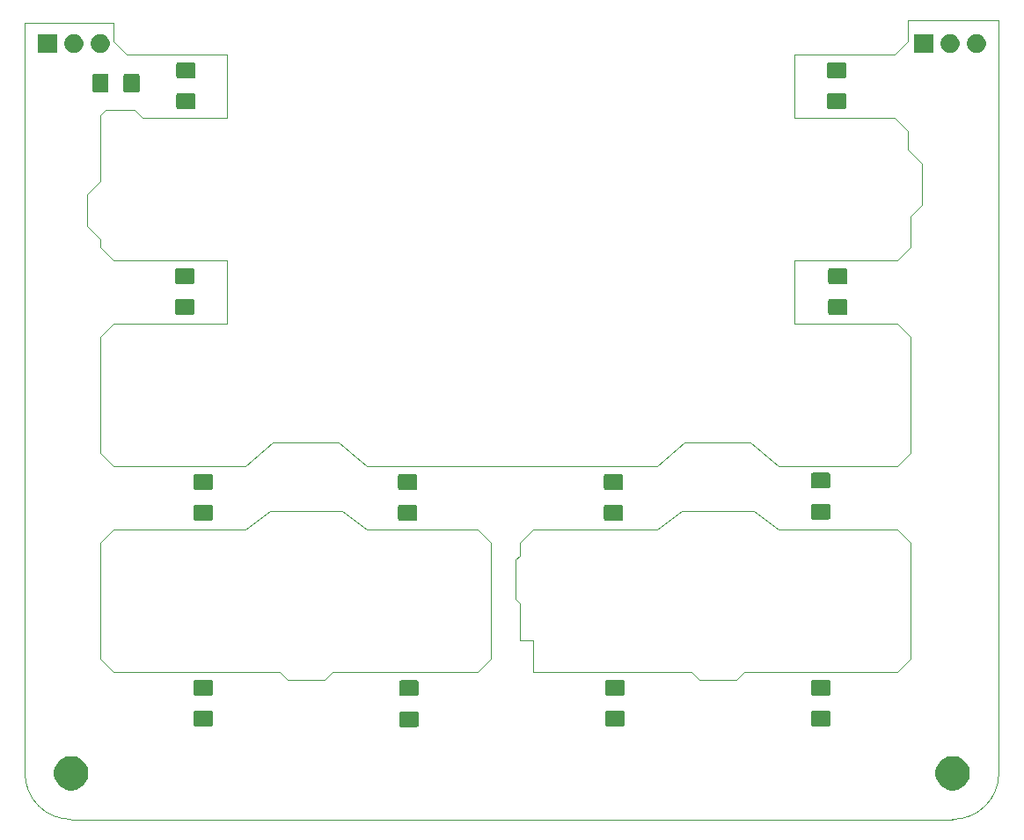
<source format=gbr>
G04 #@! TF.GenerationSoftware,KiCad,Pcbnew,(5.1.6)-1*
G04 #@! TF.CreationDate,2020-07-03T23:32:41-07:00*
G04 #@! TF.ProjectId,daughter,64617567-6874-4657-922e-6b696361645f,rev?*
G04 #@! TF.SameCoordinates,Original*
G04 #@! TF.FileFunction,Soldermask,Bot*
G04 #@! TF.FilePolarity,Negative*
%FSLAX46Y46*%
G04 Gerber Fmt 4.6, Leading zero omitted, Abs format (unit mm)*
G04 Created by KiCad (PCBNEW (5.1.6)-1) date 2020-07-03 23:32:41*
%MOMM*%
%LPD*%
G01*
G04 APERTURE LIST*
G04 #@! TA.AperFunction,Profile*
%ADD10C,0.050000*%
G04 #@! TD*
G04 #@! TA.AperFunction,Profile*
%ADD11C,0.120000*%
G04 #@! TD*
%ADD12C,0.100000*%
G04 APERTURE END LIST*
D10*
X167005000Y-81851500D02*
X173355000Y-81851500D01*
X176022000Y-84074000D02*
X173355000Y-81851500D01*
X164338000Y-84074000D02*
X167005000Y-81851500D01*
X173672500Y-88455500D02*
X166687500Y-88455500D01*
X176022000Y-90170000D02*
X173672500Y-88455500D01*
X164338000Y-90170000D02*
X166687500Y-88455500D01*
X127381000Y-81851500D02*
X133731000Y-81851500D01*
X134048500Y-88455500D02*
X127063500Y-88455500D01*
X136398000Y-90170000D02*
X134048500Y-88455500D01*
X136398000Y-84074000D02*
X133731000Y-81851500D01*
X124714000Y-84074000D02*
X127381000Y-81851500D01*
X124714000Y-90170000D02*
X127063500Y-88455500D01*
X107950000Y-118110000D02*
X192786000Y-118110000D01*
X197231000Y-41148000D02*
X196596000Y-41148000D01*
X197231000Y-113665000D02*
X197231000Y-41148000D01*
X103505000Y-41402000D02*
X104140000Y-41402000D01*
X103505000Y-113665000D02*
X103505000Y-41402000D01*
D11*
X107950000Y-118110000D02*
G75*
G02*
X103505000Y-113665000I0J4445000D01*
G01*
X197231000Y-113665000D02*
G75*
G02*
X192786000Y-118110000I-4445000J0D01*
G01*
D10*
X188468000Y-41148000D02*
X196596000Y-41148000D01*
X188468000Y-43180000D02*
X188468000Y-41148000D01*
X187198000Y-44450000D02*
X188468000Y-43180000D01*
X177546000Y-44450000D02*
X187198000Y-44450000D01*
X177546000Y-50546000D02*
X177546000Y-44450000D01*
X187198000Y-50546000D02*
X177546000Y-50546000D01*
X188468000Y-51816000D02*
X187198000Y-50546000D01*
X188468000Y-53594000D02*
X188468000Y-51816000D01*
X189865000Y-54991000D02*
X188468000Y-53594000D01*
X189865000Y-58928000D02*
X189865000Y-54991000D01*
X188722000Y-60071000D02*
X189865000Y-58928000D01*
X188722000Y-62992000D02*
X188722000Y-60071000D01*
X187452000Y-64262000D02*
X188722000Y-62992000D01*
X177546000Y-64262000D02*
X187452000Y-64262000D01*
X177546000Y-70358000D02*
X177546000Y-64262000D01*
X187452000Y-70358000D02*
X177546000Y-70358000D01*
X188722000Y-71628000D02*
X187452000Y-70358000D01*
X188722000Y-82804000D02*
X188722000Y-71628000D01*
X187452000Y-84074000D02*
X188722000Y-82804000D01*
X176022000Y-84074000D02*
X187452000Y-84074000D01*
X187452000Y-90170000D02*
X176022000Y-90170000D01*
X188722000Y-91440000D02*
X187452000Y-90170000D01*
X188722000Y-102616000D02*
X188722000Y-91440000D01*
X187452000Y-103886000D02*
X188722000Y-102616000D01*
X172720000Y-103886000D02*
X187452000Y-103886000D01*
X171958000Y-104648000D02*
X172720000Y-103886000D01*
X168402000Y-104648000D02*
X171958000Y-104648000D01*
X167640000Y-103886000D02*
X168402000Y-104648000D01*
X152400000Y-103886000D02*
X167640000Y-103886000D01*
X152400000Y-100838000D02*
X152400000Y-103886000D01*
X151130000Y-100838000D02*
X152400000Y-100838000D01*
X151130000Y-97282000D02*
X151130000Y-100838000D01*
X150749000Y-96901000D02*
X151130000Y-97282000D01*
X150749000Y-93091000D02*
X150749000Y-96901000D01*
X151130000Y-92710000D02*
X150749000Y-93091000D01*
X151130000Y-91440000D02*
X151130000Y-92710000D01*
X152400000Y-90170000D02*
X151130000Y-91440000D01*
X164338000Y-90170000D02*
X152400000Y-90170000D01*
X136398000Y-84074000D02*
X164338000Y-84074000D01*
X147066000Y-90170000D02*
X136398000Y-90170000D01*
X148336000Y-91440000D02*
X147066000Y-90170000D01*
X148336000Y-102616000D02*
X148336000Y-91440000D01*
X147066000Y-103886000D02*
X148336000Y-102616000D01*
X133096000Y-103886000D02*
X147066000Y-103886000D01*
X132334000Y-104648000D02*
X133096000Y-103886000D01*
X128778000Y-104648000D02*
X132334000Y-104648000D01*
X128016000Y-103886000D02*
X128778000Y-104648000D01*
X112014000Y-103886000D02*
X128016000Y-103886000D01*
X110744000Y-102616000D02*
X112014000Y-103886000D01*
X110744000Y-91440000D02*
X110744000Y-102616000D01*
X112014000Y-90170000D02*
X110744000Y-91440000D01*
X124714000Y-90170000D02*
X112014000Y-90170000D01*
X112014000Y-84074000D02*
X124714000Y-84074000D01*
X110744000Y-82804000D02*
X112014000Y-84074000D01*
X110744000Y-71628000D02*
X110744000Y-82804000D01*
X112014000Y-70358000D02*
X110744000Y-71628000D01*
X122936000Y-70358000D02*
X112014000Y-70358000D01*
X122936000Y-64262000D02*
X122936000Y-70358000D01*
X112014000Y-64262000D02*
X122936000Y-64262000D01*
X110744000Y-62992000D02*
X112014000Y-64262000D01*
X110744000Y-62230000D02*
X110744000Y-62992000D01*
X109474000Y-60960000D02*
X110744000Y-62230000D01*
X109474000Y-57912000D02*
X109474000Y-60960000D01*
X110744000Y-56642000D02*
X109474000Y-57912000D01*
X110744000Y-50292000D02*
X110744000Y-56642000D01*
X111252000Y-49784000D02*
X110744000Y-50292000D01*
X114046000Y-49784000D02*
X111252000Y-49784000D01*
X114808000Y-50546000D02*
X114046000Y-49784000D01*
X122936000Y-50546000D02*
X114808000Y-50546000D01*
X122936000Y-44450000D02*
X122936000Y-50546000D01*
X113284000Y-44450000D02*
X122936000Y-44450000D01*
X112014000Y-43180000D02*
X113284000Y-44450000D01*
X112014000Y-41402000D02*
X112014000Y-43180000D01*
X104140000Y-41402000D02*
X112014000Y-41402000D01*
D12*
G36*
X193161256Y-112056298D02*
G01*
X193267579Y-112077447D01*
X193568042Y-112201903D01*
X193838451Y-112382585D01*
X194068415Y-112612549D01*
X194249097Y-112882958D01*
X194373553Y-113183421D01*
X194437000Y-113502391D01*
X194437000Y-113827609D01*
X194373553Y-114146579D01*
X194249097Y-114447042D01*
X194068415Y-114717451D01*
X193838451Y-114947415D01*
X193568042Y-115128097D01*
X193267579Y-115252553D01*
X193161256Y-115273702D01*
X192948611Y-115316000D01*
X192623389Y-115316000D01*
X192410744Y-115273702D01*
X192304421Y-115252553D01*
X192003958Y-115128097D01*
X191733549Y-114947415D01*
X191503585Y-114717451D01*
X191322903Y-114447042D01*
X191198447Y-114146579D01*
X191135000Y-113827609D01*
X191135000Y-113502391D01*
X191198447Y-113183421D01*
X191322903Y-112882958D01*
X191503585Y-112612549D01*
X191733549Y-112382585D01*
X192003958Y-112201903D01*
X192304421Y-112077447D01*
X192410744Y-112056298D01*
X192623389Y-112014000D01*
X192948611Y-112014000D01*
X193161256Y-112056298D01*
G37*
G36*
X108325256Y-112056298D02*
G01*
X108431579Y-112077447D01*
X108732042Y-112201903D01*
X109002451Y-112382585D01*
X109232415Y-112612549D01*
X109413097Y-112882958D01*
X109537553Y-113183421D01*
X109601000Y-113502391D01*
X109601000Y-113827609D01*
X109537553Y-114146579D01*
X109413097Y-114447042D01*
X109232415Y-114717451D01*
X109002451Y-114947415D01*
X108732042Y-115128097D01*
X108431579Y-115252553D01*
X108325256Y-115273702D01*
X108112611Y-115316000D01*
X107787389Y-115316000D01*
X107574744Y-115273702D01*
X107468421Y-115252553D01*
X107167958Y-115128097D01*
X106897549Y-114947415D01*
X106667585Y-114717451D01*
X106486903Y-114447042D01*
X106362447Y-114146579D01*
X106299000Y-113827609D01*
X106299000Y-113502391D01*
X106362447Y-113183421D01*
X106486903Y-112882958D01*
X106667585Y-112612549D01*
X106897549Y-112382585D01*
X107167958Y-112201903D01*
X107468421Y-112077447D01*
X107574744Y-112056298D01*
X107787389Y-112014000D01*
X108112611Y-112014000D01*
X108325256Y-112056298D01*
G37*
G36*
X141237562Y-107698681D02*
G01*
X141272481Y-107709274D01*
X141304663Y-107726476D01*
X141332873Y-107749627D01*
X141356024Y-107777837D01*
X141373226Y-107810019D01*
X141383819Y-107844938D01*
X141388000Y-107887395D01*
X141388000Y-109028605D01*
X141383819Y-109071062D01*
X141373226Y-109105981D01*
X141356024Y-109138163D01*
X141332873Y-109166373D01*
X141304663Y-109189524D01*
X141272481Y-109206726D01*
X141237562Y-109217319D01*
X141195105Y-109221500D01*
X139728895Y-109221500D01*
X139686438Y-109217319D01*
X139651519Y-109206726D01*
X139619337Y-109189524D01*
X139591127Y-109166373D01*
X139567976Y-109138163D01*
X139550774Y-109105981D01*
X139540181Y-109071062D01*
X139536000Y-109028605D01*
X139536000Y-107887395D01*
X139540181Y-107844938D01*
X139550774Y-107810019D01*
X139567976Y-107777837D01*
X139591127Y-107749627D01*
X139619337Y-107726476D01*
X139651519Y-107709274D01*
X139686438Y-107698681D01*
X139728895Y-107694500D01*
X141195105Y-107694500D01*
X141237562Y-107698681D01*
G37*
G36*
X161049562Y-107662181D02*
G01*
X161084481Y-107672774D01*
X161116663Y-107689976D01*
X161144873Y-107713127D01*
X161168024Y-107741337D01*
X161185226Y-107773519D01*
X161195819Y-107808438D01*
X161200000Y-107850895D01*
X161200000Y-108992105D01*
X161195819Y-109034562D01*
X161185226Y-109069481D01*
X161168024Y-109101663D01*
X161144873Y-109129873D01*
X161116663Y-109153024D01*
X161084481Y-109170226D01*
X161049562Y-109180819D01*
X161007105Y-109185000D01*
X159540895Y-109185000D01*
X159498438Y-109180819D01*
X159463519Y-109170226D01*
X159431337Y-109153024D01*
X159403127Y-109129873D01*
X159379976Y-109101663D01*
X159362774Y-109069481D01*
X159352181Y-109034562D01*
X159348000Y-108992105D01*
X159348000Y-107850895D01*
X159352181Y-107808438D01*
X159362774Y-107773519D01*
X159379976Y-107741337D01*
X159403127Y-107713127D01*
X159431337Y-107689976D01*
X159463519Y-107672774D01*
X159498438Y-107662181D01*
X159540895Y-107658000D01*
X161007105Y-107658000D01*
X161049562Y-107662181D01*
G37*
G36*
X121425562Y-107662181D02*
G01*
X121460481Y-107672774D01*
X121492663Y-107689976D01*
X121520873Y-107713127D01*
X121544024Y-107741337D01*
X121561226Y-107773519D01*
X121571819Y-107808438D01*
X121576000Y-107850895D01*
X121576000Y-108992105D01*
X121571819Y-109034562D01*
X121561226Y-109069481D01*
X121544024Y-109101663D01*
X121520873Y-109129873D01*
X121492663Y-109153024D01*
X121460481Y-109170226D01*
X121425562Y-109180819D01*
X121383105Y-109185000D01*
X119916895Y-109185000D01*
X119874438Y-109180819D01*
X119839519Y-109170226D01*
X119807337Y-109153024D01*
X119779127Y-109129873D01*
X119755976Y-109101663D01*
X119738774Y-109069481D01*
X119728181Y-109034562D01*
X119724000Y-108992105D01*
X119724000Y-107850895D01*
X119728181Y-107808438D01*
X119738774Y-107773519D01*
X119755976Y-107741337D01*
X119779127Y-107713127D01*
X119807337Y-107689976D01*
X119839519Y-107672774D01*
X119874438Y-107662181D01*
X119916895Y-107658000D01*
X121383105Y-107658000D01*
X121425562Y-107662181D01*
G37*
G36*
X180861562Y-107662181D02*
G01*
X180896481Y-107672774D01*
X180928663Y-107689976D01*
X180956873Y-107713127D01*
X180980024Y-107741337D01*
X180997226Y-107773519D01*
X181007819Y-107808438D01*
X181012000Y-107850895D01*
X181012000Y-108992105D01*
X181007819Y-109034562D01*
X180997226Y-109069481D01*
X180980024Y-109101663D01*
X180956873Y-109129873D01*
X180928663Y-109153024D01*
X180896481Y-109170226D01*
X180861562Y-109180819D01*
X180819105Y-109185000D01*
X179352895Y-109185000D01*
X179310438Y-109180819D01*
X179275519Y-109170226D01*
X179243337Y-109153024D01*
X179215127Y-109129873D01*
X179191976Y-109101663D01*
X179174774Y-109069481D01*
X179164181Y-109034562D01*
X179160000Y-108992105D01*
X179160000Y-107850895D01*
X179164181Y-107808438D01*
X179174774Y-107773519D01*
X179191976Y-107741337D01*
X179215127Y-107713127D01*
X179243337Y-107689976D01*
X179275519Y-107672774D01*
X179310438Y-107662181D01*
X179352895Y-107658000D01*
X180819105Y-107658000D01*
X180861562Y-107662181D01*
G37*
G36*
X141237562Y-104723681D02*
G01*
X141272481Y-104734274D01*
X141304663Y-104751476D01*
X141332873Y-104774627D01*
X141356024Y-104802837D01*
X141373226Y-104835019D01*
X141383819Y-104869938D01*
X141388000Y-104912395D01*
X141388000Y-106053605D01*
X141383819Y-106096062D01*
X141373226Y-106130981D01*
X141356024Y-106163163D01*
X141332873Y-106191373D01*
X141304663Y-106214524D01*
X141272481Y-106231726D01*
X141237562Y-106242319D01*
X141195105Y-106246500D01*
X139728895Y-106246500D01*
X139686438Y-106242319D01*
X139651519Y-106231726D01*
X139619337Y-106214524D01*
X139591127Y-106191373D01*
X139567976Y-106163163D01*
X139550774Y-106130981D01*
X139540181Y-106096062D01*
X139536000Y-106053605D01*
X139536000Y-104912395D01*
X139540181Y-104869938D01*
X139550774Y-104835019D01*
X139567976Y-104802837D01*
X139591127Y-104774627D01*
X139619337Y-104751476D01*
X139651519Y-104734274D01*
X139686438Y-104723681D01*
X139728895Y-104719500D01*
X141195105Y-104719500D01*
X141237562Y-104723681D01*
G37*
G36*
X180861562Y-104687181D02*
G01*
X180896481Y-104697774D01*
X180928663Y-104714976D01*
X180956873Y-104738127D01*
X180980024Y-104766337D01*
X180997226Y-104798519D01*
X181007819Y-104833438D01*
X181012000Y-104875895D01*
X181012000Y-106017105D01*
X181007819Y-106059562D01*
X180997226Y-106094481D01*
X180980024Y-106126663D01*
X180956873Y-106154873D01*
X180928663Y-106178024D01*
X180896481Y-106195226D01*
X180861562Y-106205819D01*
X180819105Y-106210000D01*
X179352895Y-106210000D01*
X179310438Y-106205819D01*
X179275519Y-106195226D01*
X179243337Y-106178024D01*
X179215127Y-106154873D01*
X179191976Y-106126663D01*
X179174774Y-106094481D01*
X179164181Y-106059562D01*
X179160000Y-106017105D01*
X179160000Y-104875895D01*
X179164181Y-104833438D01*
X179174774Y-104798519D01*
X179191976Y-104766337D01*
X179215127Y-104738127D01*
X179243337Y-104714976D01*
X179275519Y-104697774D01*
X179310438Y-104687181D01*
X179352895Y-104683000D01*
X180819105Y-104683000D01*
X180861562Y-104687181D01*
G37*
G36*
X161049562Y-104687181D02*
G01*
X161084481Y-104697774D01*
X161116663Y-104714976D01*
X161144873Y-104738127D01*
X161168024Y-104766337D01*
X161185226Y-104798519D01*
X161195819Y-104833438D01*
X161200000Y-104875895D01*
X161200000Y-106017105D01*
X161195819Y-106059562D01*
X161185226Y-106094481D01*
X161168024Y-106126663D01*
X161144873Y-106154873D01*
X161116663Y-106178024D01*
X161084481Y-106195226D01*
X161049562Y-106205819D01*
X161007105Y-106210000D01*
X159540895Y-106210000D01*
X159498438Y-106205819D01*
X159463519Y-106195226D01*
X159431337Y-106178024D01*
X159403127Y-106154873D01*
X159379976Y-106126663D01*
X159362774Y-106094481D01*
X159352181Y-106059562D01*
X159348000Y-106017105D01*
X159348000Y-104875895D01*
X159352181Y-104833438D01*
X159362774Y-104798519D01*
X159379976Y-104766337D01*
X159403127Y-104738127D01*
X159431337Y-104714976D01*
X159463519Y-104697774D01*
X159498438Y-104687181D01*
X159540895Y-104683000D01*
X161007105Y-104683000D01*
X161049562Y-104687181D01*
G37*
G36*
X121425562Y-104687181D02*
G01*
X121460481Y-104697774D01*
X121492663Y-104714976D01*
X121520873Y-104738127D01*
X121544024Y-104766337D01*
X121561226Y-104798519D01*
X121571819Y-104833438D01*
X121576000Y-104875895D01*
X121576000Y-106017105D01*
X121571819Y-106059562D01*
X121561226Y-106094481D01*
X121544024Y-106126663D01*
X121520873Y-106154873D01*
X121492663Y-106178024D01*
X121460481Y-106195226D01*
X121425562Y-106205819D01*
X121383105Y-106210000D01*
X119916895Y-106210000D01*
X119874438Y-106205819D01*
X119839519Y-106195226D01*
X119807337Y-106178024D01*
X119779127Y-106154873D01*
X119755976Y-106126663D01*
X119738774Y-106094481D01*
X119728181Y-106059562D01*
X119724000Y-106017105D01*
X119724000Y-104875895D01*
X119728181Y-104833438D01*
X119738774Y-104798519D01*
X119755976Y-104766337D01*
X119779127Y-104738127D01*
X119807337Y-104714976D01*
X119839519Y-104697774D01*
X119874438Y-104687181D01*
X119916895Y-104683000D01*
X121383105Y-104683000D01*
X121425562Y-104687181D01*
G37*
G36*
X160922562Y-87850181D02*
G01*
X160957481Y-87860774D01*
X160989663Y-87877976D01*
X161017873Y-87901127D01*
X161041024Y-87929337D01*
X161058226Y-87961519D01*
X161068819Y-87996438D01*
X161073000Y-88038895D01*
X161073000Y-89180105D01*
X161068819Y-89222562D01*
X161058226Y-89257481D01*
X161041024Y-89289663D01*
X161017873Y-89317873D01*
X160989663Y-89341024D01*
X160957481Y-89358226D01*
X160922562Y-89368819D01*
X160880105Y-89373000D01*
X159413895Y-89373000D01*
X159371438Y-89368819D01*
X159336519Y-89358226D01*
X159304337Y-89341024D01*
X159276127Y-89317873D01*
X159252976Y-89289663D01*
X159235774Y-89257481D01*
X159225181Y-89222562D01*
X159221000Y-89180105D01*
X159221000Y-88038895D01*
X159225181Y-87996438D01*
X159235774Y-87961519D01*
X159252976Y-87929337D01*
X159276127Y-87901127D01*
X159304337Y-87877976D01*
X159336519Y-87860774D01*
X159371438Y-87850181D01*
X159413895Y-87846000D01*
X160880105Y-87846000D01*
X160922562Y-87850181D01*
G37*
G36*
X121425562Y-87850181D02*
G01*
X121460481Y-87860774D01*
X121492663Y-87877976D01*
X121520873Y-87901127D01*
X121544024Y-87929337D01*
X121561226Y-87961519D01*
X121571819Y-87996438D01*
X121576000Y-88038895D01*
X121576000Y-89180105D01*
X121571819Y-89222562D01*
X121561226Y-89257481D01*
X121544024Y-89289663D01*
X121520873Y-89317873D01*
X121492663Y-89341024D01*
X121460481Y-89358226D01*
X121425562Y-89368819D01*
X121383105Y-89373000D01*
X119916895Y-89373000D01*
X119874438Y-89368819D01*
X119839519Y-89358226D01*
X119807337Y-89341024D01*
X119779127Y-89317873D01*
X119755976Y-89289663D01*
X119738774Y-89257481D01*
X119728181Y-89222562D01*
X119724000Y-89180105D01*
X119724000Y-88038895D01*
X119728181Y-87996438D01*
X119738774Y-87961519D01*
X119755976Y-87929337D01*
X119779127Y-87901127D01*
X119807337Y-87877976D01*
X119839519Y-87860774D01*
X119874438Y-87850181D01*
X119916895Y-87846000D01*
X121383105Y-87846000D01*
X121425562Y-87850181D01*
G37*
G36*
X141110562Y-87850181D02*
G01*
X141145481Y-87860774D01*
X141177663Y-87877976D01*
X141205873Y-87901127D01*
X141229024Y-87929337D01*
X141246226Y-87961519D01*
X141256819Y-87996438D01*
X141261000Y-88038895D01*
X141261000Y-89180105D01*
X141256819Y-89222562D01*
X141246226Y-89257481D01*
X141229024Y-89289663D01*
X141205873Y-89317873D01*
X141177663Y-89341024D01*
X141145481Y-89358226D01*
X141110562Y-89368819D01*
X141068105Y-89373000D01*
X139601895Y-89373000D01*
X139559438Y-89368819D01*
X139524519Y-89358226D01*
X139492337Y-89341024D01*
X139464127Y-89317873D01*
X139440976Y-89289663D01*
X139423774Y-89257481D01*
X139413181Y-89222562D01*
X139409000Y-89180105D01*
X139409000Y-88038895D01*
X139413181Y-87996438D01*
X139423774Y-87961519D01*
X139440976Y-87929337D01*
X139464127Y-87901127D01*
X139492337Y-87877976D01*
X139524519Y-87860774D01*
X139559438Y-87850181D01*
X139601895Y-87846000D01*
X141068105Y-87846000D01*
X141110562Y-87850181D01*
G37*
G36*
X180861562Y-87723181D02*
G01*
X180896481Y-87733774D01*
X180928663Y-87750976D01*
X180956873Y-87774127D01*
X180980024Y-87802337D01*
X180997226Y-87834519D01*
X181007819Y-87869438D01*
X181012000Y-87911895D01*
X181012000Y-89053105D01*
X181007819Y-89095562D01*
X180997226Y-89130481D01*
X180980024Y-89162663D01*
X180956873Y-89190873D01*
X180928663Y-89214024D01*
X180896481Y-89231226D01*
X180861562Y-89241819D01*
X180819105Y-89246000D01*
X179352895Y-89246000D01*
X179310438Y-89241819D01*
X179275519Y-89231226D01*
X179243337Y-89214024D01*
X179215127Y-89190873D01*
X179191976Y-89162663D01*
X179174774Y-89130481D01*
X179164181Y-89095562D01*
X179160000Y-89053105D01*
X179160000Y-87911895D01*
X179164181Y-87869438D01*
X179174774Y-87834519D01*
X179191976Y-87802337D01*
X179215127Y-87774127D01*
X179243337Y-87750976D01*
X179275519Y-87733774D01*
X179310438Y-87723181D01*
X179352895Y-87719000D01*
X180819105Y-87719000D01*
X180861562Y-87723181D01*
G37*
G36*
X121425562Y-84875181D02*
G01*
X121460481Y-84885774D01*
X121492663Y-84902976D01*
X121520873Y-84926127D01*
X121544024Y-84954337D01*
X121561226Y-84986519D01*
X121571819Y-85021438D01*
X121576000Y-85063895D01*
X121576000Y-86205105D01*
X121571819Y-86247562D01*
X121561226Y-86282481D01*
X121544024Y-86314663D01*
X121520873Y-86342873D01*
X121492663Y-86366024D01*
X121460481Y-86383226D01*
X121425562Y-86393819D01*
X121383105Y-86398000D01*
X119916895Y-86398000D01*
X119874438Y-86393819D01*
X119839519Y-86383226D01*
X119807337Y-86366024D01*
X119779127Y-86342873D01*
X119755976Y-86314663D01*
X119738774Y-86282481D01*
X119728181Y-86247562D01*
X119724000Y-86205105D01*
X119724000Y-85063895D01*
X119728181Y-85021438D01*
X119738774Y-84986519D01*
X119755976Y-84954337D01*
X119779127Y-84926127D01*
X119807337Y-84902976D01*
X119839519Y-84885774D01*
X119874438Y-84875181D01*
X119916895Y-84871000D01*
X121383105Y-84871000D01*
X121425562Y-84875181D01*
G37*
G36*
X160922562Y-84875181D02*
G01*
X160957481Y-84885774D01*
X160989663Y-84902976D01*
X161017873Y-84926127D01*
X161041024Y-84954337D01*
X161058226Y-84986519D01*
X161068819Y-85021438D01*
X161073000Y-85063895D01*
X161073000Y-86205105D01*
X161068819Y-86247562D01*
X161058226Y-86282481D01*
X161041024Y-86314663D01*
X161017873Y-86342873D01*
X160989663Y-86366024D01*
X160957481Y-86383226D01*
X160922562Y-86393819D01*
X160880105Y-86398000D01*
X159413895Y-86398000D01*
X159371438Y-86393819D01*
X159336519Y-86383226D01*
X159304337Y-86366024D01*
X159276127Y-86342873D01*
X159252976Y-86314663D01*
X159235774Y-86282481D01*
X159225181Y-86247562D01*
X159221000Y-86205105D01*
X159221000Y-85063895D01*
X159225181Y-85021438D01*
X159235774Y-84986519D01*
X159252976Y-84954337D01*
X159276127Y-84926127D01*
X159304337Y-84902976D01*
X159336519Y-84885774D01*
X159371438Y-84875181D01*
X159413895Y-84871000D01*
X160880105Y-84871000D01*
X160922562Y-84875181D01*
G37*
G36*
X141110562Y-84875181D02*
G01*
X141145481Y-84885774D01*
X141177663Y-84902976D01*
X141205873Y-84926127D01*
X141229024Y-84954337D01*
X141246226Y-84986519D01*
X141256819Y-85021438D01*
X141261000Y-85063895D01*
X141261000Y-86205105D01*
X141256819Y-86247562D01*
X141246226Y-86282481D01*
X141229024Y-86314663D01*
X141205873Y-86342873D01*
X141177663Y-86366024D01*
X141145481Y-86383226D01*
X141110562Y-86393819D01*
X141068105Y-86398000D01*
X139601895Y-86398000D01*
X139559438Y-86393819D01*
X139524519Y-86383226D01*
X139492337Y-86366024D01*
X139464127Y-86342873D01*
X139440976Y-86314663D01*
X139423774Y-86282481D01*
X139413181Y-86247562D01*
X139409000Y-86205105D01*
X139409000Y-85063895D01*
X139413181Y-85021438D01*
X139423774Y-84986519D01*
X139440976Y-84954337D01*
X139464127Y-84926127D01*
X139492337Y-84902976D01*
X139524519Y-84885774D01*
X139559438Y-84875181D01*
X139601895Y-84871000D01*
X141068105Y-84871000D01*
X141110562Y-84875181D01*
G37*
G36*
X180861562Y-84748181D02*
G01*
X180896481Y-84758774D01*
X180928663Y-84775976D01*
X180956873Y-84799127D01*
X180980024Y-84827337D01*
X180997226Y-84859519D01*
X181007819Y-84894438D01*
X181012000Y-84936895D01*
X181012000Y-86078105D01*
X181007819Y-86120562D01*
X180997226Y-86155481D01*
X180980024Y-86187663D01*
X180956873Y-86215873D01*
X180928663Y-86239024D01*
X180896481Y-86256226D01*
X180861562Y-86266819D01*
X180819105Y-86271000D01*
X179352895Y-86271000D01*
X179310438Y-86266819D01*
X179275519Y-86256226D01*
X179243337Y-86239024D01*
X179215127Y-86215873D01*
X179191976Y-86187663D01*
X179174774Y-86155481D01*
X179164181Y-86120562D01*
X179160000Y-86078105D01*
X179160000Y-84936895D01*
X179164181Y-84894438D01*
X179174774Y-84859519D01*
X179191976Y-84827337D01*
X179215127Y-84799127D01*
X179243337Y-84775976D01*
X179275519Y-84758774D01*
X179310438Y-84748181D01*
X179352895Y-84744000D01*
X180819105Y-84744000D01*
X180861562Y-84748181D01*
G37*
G36*
X182512562Y-68038181D02*
G01*
X182547481Y-68048774D01*
X182579663Y-68065976D01*
X182607873Y-68089127D01*
X182631024Y-68117337D01*
X182648226Y-68149519D01*
X182658819Y-68184438D01*
X182663000Y-68226895D01*
X182663000Y-69368105D01*
X182658819Y-69410562D01*
X182648226Y-69445481D01*
X182631024Y-69477663D01*
X182607873Y-69505873D01*
X182579663Y-69529024D01*
X182547481Y-69546226D01*
X182512562Y-69556819D01*
X182470105Y-69561000D01*
X181003895Y-69561000D01*
X180961438Y-69556819D01*
X180926519Y-69546226D01*
X180894337Y-69529024D01*
X180866127Y-69505873D01*
X180842976Y-69477663D01*
X180825774Y-69445481D01*
X180815181Y-69410562D01*
X180811000Y-69368105D01*
X180811000Y-68226895D01*
X180815181Y-68184438D01*
X180825774Y-68149519D01*
X180842976Y-68117337D01*
X180866127Y-68089127D01*
X180894337Y-68065976D01*
X180926519Y-68048774D01*
X180961438Y-68038181D01*
X181003895Y-68034000D01*
X182470105Y-68034000D01*
X182512562Y-68038181D01*
G37*
G36*
X119647562Y-68038181D02*
G01*
X119682481Y-68048774D01*
X119714663Y-68065976D01*
X119742873Y-68089127D01*
X119766024Y-68117337D01*
X119783226Y-68149519D01*
X119793819Y-68184438D01*
X119798000Y-68226895D01*
X119798000Y-69368105D01*
X119793819Y-69410562D01*
X119783226Y-69445481D01*
X119766024Y-69477663D01*
X119742873Y-69505873D01*
X119714663Y-69529024D01*
X119682481Y-69546226D01*
X119647562Y-69556819D01*
X119605105Y-69561000D01*
X118138895Y-69561000D01*
X118096438Y-69556819D01*
X118061519Y-69546226D01*
X118029337Y-69529024D01*
X118001127Y-69505873D01*
X117977976Y-69477663D01*
X117960774Y-69445481D01*
X117950181Y-69410562D01*
X117946000Y-69368105D01*
X117946000Y-68226895D01*
X117950181Y-68184438D01*
X117960774Y-68149519D01*
X117977976Y-68117337D01*
X118001127Y-68089127D01*
X118029337Y-68065976D01*
X118061519Y-68048774D01*
X118096438Y-68038181D01*
X118138895Y-68034000D01*
X119605105Y-68034000D01*
X119647562Y-68038181D01*
G37*
G36*
X182512562Y-65063181D02*
G01*
X182547481Y-65073774D01*
X182579663Y-65090976D01*
X182607873Y-65114127D01*
X182631024Y-65142337D01*
X182648226Y-65174519D01*
X182658819Y-65209438D01*
X182663000Y-65251895D01*
X182663000Y-66393105D01*
X182658819Y-66435562D01*
X182648226Y-66470481D01*
X182631024Y-66502663D01*
X182607873Y-66530873D01*
X182579663Y-66554024D01*
X182547481Y-66571226D01*
X182512562Y-66581819D01*
X182470105Y-66586000D01*
X181003895Y-66586000D01*
X180961438Y-66581819D01*
X180926519Y-66571226D01*
X180894337Y-66554024D01*
X180866127Y-66530873D01*
X180842976Y-66502663D01*
X180825774Y-66470481D01*
X180815181Y-66435562D01*
X180811000Y-66393105D01*
X180811000Y-65251895D01*
X180815181Y-65209438D01*
X180825774Y-65174519D01*
X180842976Y-65142337D01*
X180866127Y-65114127D01*
X180894337Y-65090976D01*
X180926519Y-65073774D01*
X180961438Y-65063181D01*
X181003895Y-65059000D01*
X182470105Y-65059000D01*
X182512562Y-65063181D01*
G37*
G36*
X119647562Y-65063181D02*
G01*
X119682481Y-65073774D01*
X119714663Y-65090976D01*
X119742873Y-65114127D01*
X119766024Y-65142337D01*
X119783226Y-65174519D01*
X119793819Y-65209438D01*
X119798000Y-65251895D01*
X119798000Y-66393105D01*
X119793819Y-66435562D01*
X119783226Y-66470481D01*
X119766024Y-66502663D01*
X119742873Y-66530873D01*
X119714663Y-66554024D01*
X119682481Y-66571226D01*
X119647562Y-66581819D01*
X119605105Y-66586000D01*
X118138895Y-66586000D01*
X118096438Y-66581819D01*
X118061519Y-66571226D01*
X118029337Y-66554024D01*
X118001127Y-66530873D01*
X117977976Y-66502663D01*
X117960774Y-66470481D01*
X117950181Y-66435562D01*
X117946000Y-66393105D01*
X117946000Y-65251895D01*
X117950181Y-65209438D01*
X117960774Y-65174519D01*
X117977976Y-65142337D01*
X118001127Y-65114127D01*
X118029337Y-65090976D01*
X118061519Y-65073774D01*
X118096438Y-65063181D01*
X118138895Y-65059000D01*
X119605105Y-65059000D01*
X119647562Y-65063181D01*
G37*
G36*
X119774562Y-48226181D02*
G01*
X119809481Y-48236774D01*
X119841663Y-48253976D01*
X119869873Y-48277127D01*
X119893024Y-48305337D01*
X119910226Y-48337519D01*
X119920819Y-48372438D01*
X119925000Y-48414895D01*
X119925000Y-49556105D01*
X119920819Y-49598562D01*
X119910226Y-49633481D01*
X119893024Y-49665663D01*
X119869873Y-49693873D01*
X119841663Y-49717024D01*
X119809481Y-49734226D01*
X119774562Y-49744819D01*
X119732105Y-49749000D01*
X118265895Y-49749000D01*
X118223438Y-49744819D01*
X118188519Y-49734226D01*
X118156337Y-49717024D01*
X118128127Y-49693873D01*
X118104976Y-49665663D01*
X118087774Y-49633481D01*
X118077181Y-49598562D01*
X118073000Y-49556105D01*
X118073000Y-48414895D01*
X118077181Y-48372438D01*
X118087774Y-48337519D01*
X118104976Y-48305337D01*
X118128127Y-48277127D01*
X118156337Y-48253976D01*
X118188519Y-48236774D01*
X118223438Y-48226181D01*
X118265895Y-48222000D01*
X119732105Y-48222000D01*
X119774562Y-48226181D01*
G37*
G36*
X182385562Y-48226181D02*
G01*
X182420481Y-48236774D01*
X182452663Y-48253976D01*
X182480873Y-48277127D01*
X182504024Y-48305337D01*
X182521226Y-48337519D01*
X182531819Y-48372438D01*
X182536000Y-48414895D01*
X182536000Y-49556105D01*
X182531819Y-49598562D01*
X182521226Y-49633481D01*
X182504024Y-49665663D01*
X182480873Y-49693873D01*
X182452663Y-49717024D01*
X182420481Y-49734226D01*
X182385562Y-49744819D01*
X182343105Y-49749000D01*
X180876895Y-49749000D01*
X180834438Y-49744819D01*
X180799519Y-49734226D01*
X180767337Y-49717024D01*
X180739127Y-49693873D01*
X180715976Y-49665663D01*
X180698774Y-49633481D01*
X180688181Y-49598562D01*
X180684000Y-49556105D01*
X180684000Y-48414895D01*
X180688181Y-48372438D01*
X180698774Y-48337519D01*
X180715976Y-48305337D01*
X180739127Y-48277127D01*
X180767337Y-48253976D01*
X180799519Y-48236774D01*
X180834438Y-48226181D01*
X180876895Y-48222000D01*
X182343105Y-48222000D01*
X182385562Y-48226181D01*
G37*
G36*
X111393562Y-46322181D02*
G01*
X111428481Y-46332774D01*
X111460663Y-46349976D01*
X111488873Y-46373127D01*
X111512024Y-46401337D01*
X111529226Y-46433519D01*
X111539819Y-46468438D01*
X111544000Y-46510895D01*
X111544000Y-47977105D01*
X111539819Y-48019562D01*
X111529226Y-48054481D01*
X111512024Y-48086663D01*
X111488873Y-48114873D01*
X111460663Y-48138024D01*
X111428481Y-48155226D01*
X111393562Y-48165819D01*
X111351105Y-48170000D01*
X110209895Y-48170000D01*
X110167438Y-48165819D01*
X110132519Y-48155226D01*
X110100337Y-48138024D01*
X110072127Y-48114873D01*
X110048976Y-48086663D01*
X110031774Y-48054481D01*
X110021181Y-48019562D01*
X110017000Y-47977105D01*
X110017000Y-46510895D01*
X110021181Y-46468438D01*
X110031774Y-46433519D01*
X110048976Y-46401337D01*
X110072127Y-46373127D01*
X110100337Y-46349976D01*
X110132519Y-46332774D01*
X110167438Y-46322181D01*
X110209895Y-46318000D01*
X111351105Y-46318000D01*
X111393562Y-46322181D01*
G37*
G36*
X114368562Y-46322181D02*
G01*
X114403481Y-46332774D01*
X114435663Y-46349976D01*
X114463873Y-46373127D01*
X114487024Y-46401337D01*
X114504226Y-46433519D01*
X114514819Y-46468438D01*
X114519000Y-46510895D01*
X114519000Y-47977105D01*
X114514819Y-48019562D01*
X114504226Y-48054481D01*
X114487024Y-48086663D01*
X114463873Y-48114873D01*
X114435663Y-48138024D01*
X114403481Y-48155226D01*
X114368562Y-48165819D01*
X114326105Y-48170000D01*
X113184895Y-48170000D01*
X113142438Y-48165819D01*
X113107519Y-48155226D01*
X113075337Y-48138024D01*
X113047127Y-48114873D01*
X113023976Y-48086663D01*
X113006774Y-48054481D01*
X112996181Y-48019562D01*
X112992000Y-47977105D01*
X112992000Y-46510895D01*
X112996181Y-46468438D01*
X113006774Y-46433519D01*
X113023976Y-46401337D01*
X113047127Y-46373127D01*
X113075337Y-46349976D01*
X113107519Y-46332774D01*
X113142438Y-46322181D01*
X113184895Y-46318000D01*
X114326105Y-46318000D01*
X114368562Y-46322181D01*
G37*
G36*
X182385562Y-45251181D02*
G01*
X182420481Y-45261774D01*
X182452663Y-45278976D01*
X182480873Y-45302127D01*
X182504024Y-45330337D01*
X182521226Y-45362519D01*
X182531819Y-45397438D01*
X182536000Y-45439895D01*
X182536000Y-46581105D01*
X182531819Y-46623562D01*
X182521226Y-46658481D01*
X182504024Y-46690663D01*
X182480873Y-46718873D01*
X182452663Y-46742024D01*
X182420481Y-46759226D01*
X182385562Y-46769819D01*
X182343105Y-46774000D01*
X180876895Y-46774000D01*
X180834438Y-46769819D01*
X180799519Y-46759226D01*
X180767337Y-46742024D01*
X180739127Y-46718873D01*
X180715976Y-46690663D01*
X180698774Y-46658481D01*
X180688181Y-46623562D01*
X180684000Y-46581105D01*
X180684000Y-45439895D01*
X180688181Y-45397438D01*
X180698774Y-45362519D01*
X180715976Y-45330337D01*
X180739127Y-45302127D01*
X180767337Y-45278976D01*
X180799519Y-45261774D01*
X180834438Y-45251181D01*
X180876895Y-45247000D01*
X182343105Y-45247000D01*
X182385562Y-45251181D01*
G37*
G36*
X119774562Y-45251181D02*
G01*
X119809481Y-45261774D01*
X119841663Y-45278976D01*
X119869873Y-45302127D01*
X119893024Y-45330337D01*
X119910226Y-45362519D01*
X119920819Y-45397438D01*
X119925000Y-45439895D01*
X119925000Y-46581105D01*
X119920819Y-46623562D01*
X119910226Y-46658481D01*
X119893024Y-46690663D01*
X119869873Y-46718873D01*
X119841663Y-46742024D01*
X119809481Y-46759226D01*
X119774562Y-46769819D01*
X119732105Y-46774000D01*
X118265895Y-46774000D01*
X118223438Y-46769819D01*
X118188519Y-46759226D01*
X118156337Y-46742024D01*
X118128127Y-46718873D01*
X118104976Y-46690663D01*
X118087774Y-46658481D01*
X118077181Y-46623562D01*
X118073000Y-46581105D01*
X118073000Y-45439895D01*
X118077181Y-45397438D01*
X118087774Y-45362519D01*
X118104976Y-45330337D01*
X118128127Y-45302127D01*
X118156337Y-45278976D01*
X118188519Y-45261774D01*
X118223438Y-45251181D01*
X118265895Y-45247000D01*
X119732105Y-45247000D01*
X119774562Y-45251181D01*
G37*
G36*
X190893000Y-44335000D02*
G01*
X189091000Y-44335000D01*
X189091000Y-42533000D01*
X190893000Y-42533000D01*
X190893000Y-44335000D01*
G37*
G36*
X192645512Y-42537927D02*
G01*
X192794812Y-42567624D01*
X192958784Y-42635544D01*
X193106354Y-42734147D01*
X193231853Y-42859646D01*
X193330456Y-43007216D01*
X193398376Y-43171188D01*
X193433000Y-43345259D01*
X193433000Y-43522741D01*
X193398376Y-43696812D01*
X193330456Y-43860784D01*
X193231853Y-44008354D01*
X193106354Y-44133853D01*
X192958784Y-44232456D01*
X192794812Y-44300376D01*
X192645512Y-44330073D01*
X192620742Y-44335000D01*
X192443258Y-44335000D01*
X192418488Y-44330073D01*
X192269188Y-44300376D01*
X192105216Y-44232456D01*
X191957646Y-44133853D01*
X191832147Y-44008354D01*
X191733544Y-43860784D01*
X191665624Y-43696812D01*
X191631000Y-43522741D01*
X191631000Y-43345259D01*
X191665624Y-43171188D01*
X191733544Y-43007216D01*
X191832147Y-42859646D01*
X191957646Y-42734147D01*
X192105216Y-42635544D01*
X192269188Y-42567624D01*
X192418488Y-42537927D01*
X192443258Y-42533000D01*
X192620742Y-42533000D01*
X192645512Y-42537927D01*
G37*
G36*
X195185512Y-42537927D02*
G01*
X195334812Y-42567624D01*
X195498784Y-42635544D01*
X195646354Y-42734147D01*
X195771853Y-42859646D01*
X195870456Y-43007216D01*
X195938376Y-43171188D01*
X195973000Y-43345259D01*
X195973000Y-43522741D01*
X195938376Y-43696812D01*
X195870456Y-43860784D01*
X195771853Y-44008354D01*
X195646354Y-44133853D01*
X195498784Y-44232456D01*
X195334812Y-44300376D01*
X195185512Y-44330073D01*
X195160742Y-44335000D01*
X194983258Y-44335000D01*
X194958488Y-44330073D01*
X194809188Y-44300376D01*
X194645216Y-44232456D01*
X194497646Y-44133853D01*
X194372147Y-44008354D01*
X194273544Y-43860784D01*
X194205624Y-43696812D01*
X194171000Y-43522741D01*
X194171000Y-43345259D01*
X194205624Y-43171188D01*
X194273544Y-43007216D01*
X194372147Y-42859646D01*
X194497646Y-42734147D01*
X194645216Y-42635544D01*
X194809188Y-42567624D01*
X194958488Y-42537927D01*
X194983258Y-42533000D01*
X195160742Y-42533000D01*
X195185512Y-42537927D01*
G37*
G36*
X110857512Y-42537927D02*
G01*
X111006812Y-42567624D01*
X111170784Y-42635544D01*
X111318354Y-42734147D01*
X111443853Y-42859646D01*
X111542456Y-43007216D01*
X111610376Y-43171188D01*
X111645000Y-43345259D01*
X111645000Y-43522741D01*
X111610376Y-43696812D01*
X111542456Y-43860784D01*
X111443853Y-44008354D01*
X111318354Y-44133853D01*
X111170784Y-44232456D01*
X111006812Y-44300376D01*
X110857512Y-44330073D01*
X110832742Y-44335000D01*
X110655258Y-44335000D01*
X110630488Y-44330073D01*
X110481188Y-44300376D01*
X110317216Y-44232456D01*
X110169646Y-44133853D01*
X110044147Y-44008354D01*
X109945544Y-43860784D01*
X109877624Y-43696812D01*
X109843000Y-43522741D01*
X109843000Y-43345259D01*
X109877624Y-43171188D01*
X109945544Y-43007216D01*
X110044147Y-42859646D01*
X110169646Y-42734147D01*
X110317216Y-42635544D01*
X110481188Y-42567624D01*
X110630488Y-42537927D01*
X110655258Y-42533000D01*
X110832742Y-42533000D01*
X110857512Y-42537927D01*
G37*
G36*
X108317512Y-42537927D02*
G01*
X108466812Y-42567624D01*
X108630784Y-42635544D01*
X108778354Y-42734147D01*
X108903853Y-42859646D01*
X109002456Y-43007216D01*
X109070376Y-43171188D01*
X109105000Y-43345259D01*
X109105000Y-43522741D01*
X109070376Y-43696812D01*
X109002456Y-43860784D01*
X108903853Y-44008354D01*
X108778354Y-44133853D01*
X108630784Y-44232456D01*
X108466812Y-44300376D01*
X108317512Y-44330073D01*
X108292742Y-44335000D01*
X108115258Y-44335000D01*
X108090488Y-44330073D01*
X107941188Y-44300376D01*
X107777216Y-44232456D01*
X107629646Y-44133853D01*
X107504147Y-44008354D01*
X107405544Y-43860784D01*
X107337624Y-43696812D01*
X107303000Y-43522741D01*
X107303000Y-43345259D01*
X107337624Y-43171188D01*
X107405544Y-43007216D01*
X107504147Y-42859646D01*
X107629646Y-42734147D01*
X107777216Y-42635544D01*
X107941188Y-42567624D01*
X108090488Y-42537927D01*
X108115258Y-42533000D01*
X108292742Y-42533000D01*
X108317512Y-42537927D01*
G37*
G36*
X106565000Y-44335000D02*
G01*
X104763000Y-44335000D01*
X104763000Y-42533000D01*
X106565000Y-42533000D01*
X106565000Y-44335000D01*
G37*
M02*

</source>
